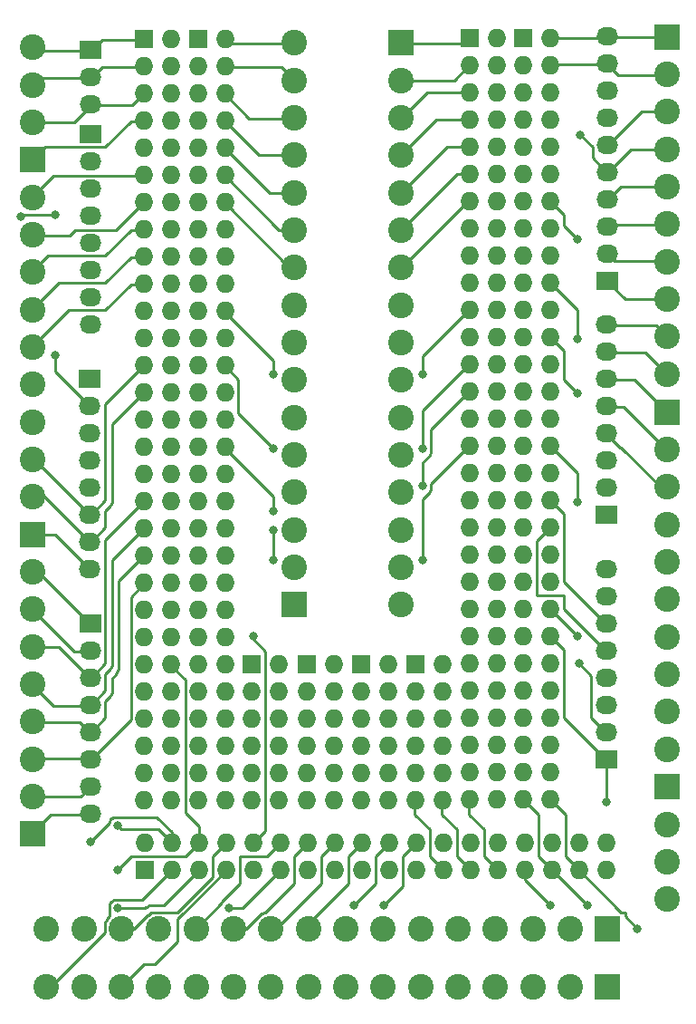
<source format=gbl>
G04 #@! TF.FileFunction,Copper,L2,Bot,Signal*
%FSLAX46Y46*%
G04 Gerber Fmt 4.6, Leading zero omitted, Abs format (unit mm)*
G04 Created by KiCad (PCBNEW 201609150817+7155~55~ubuntu16.04.1-) date Thu Sep 29 09:43:48 2016*
%MOMM*%
%LPD*%
G01*
G04 APERTURE LIST*
%ADD10C,0.100000*%
%ADD11C,2.400000*%
%ADD12R,2.400000X2.400000*%
%ADD13R,2.032000X1.727200*%
%ADD14O,2.032000X1.727200*%
%ADD15O,1.727200X1.727200*%
%ADD16R,1.727200X1.727200*%
%ADD17C,0.800000*%
%ADD18C,0.250000*%
G04 APERTURE END LIST*
D10*
D11*
X92416400Y-66500400D03*
X92416400Y-63000400D03*
X92416400Y-70000400D03*
X92416400Y-73500400D03*
X92416400Y-77000400D03*
X92416400Y-80500400D03*
D12*
X92416400Y-59500400D03*
D11*
X92416400Y-84000400D03*
X92416400Y-87500400D03*
X92416400Y-91000400D03*
X92416400Y-94500400D03*
X92416400Y-98000400D03*
X92416400Y-101500400D03*
X92416400Y-105000400D03*
X92416400Y-108500400D03*
X92416400Y-112000400D03*
X82488000Y-59500400D03*
X82488000Y-63000400D03*
X82488000Y-66500400D03*
X82488000Y-70000400D03*
X82488000Y-73500400D03*
X82488000Y-77000400D03*
X82488000Y-80500400D03*
X82488000Y-84000400D03*
X82488000Y-87500400D03*
D12*
X82488000Y-112000400D03*
D11*
X82488000Y-91000400D03*
X82488000Y-94500400D03*
X82488000Y-98000400D03*
X82488000Y-101500400D03*
X82488000Y-108500400D03*
X82488000Y-105000400D03*
D13*
X63449200Y-60147200D03*
D14*
X63449200Y-62687200D03*
X63449200Y-65227200D03*
D11*
X57951600Y-59926400D03*
X57951600Y-63426400D03*
D12*
X57951600Y-70426400D03*
D11*
X57951600Y-66926400D03*
D13*
X63398400Y-68021200D03*
D14*
X63398400Y-70561200D03*
X63398400Y-73101200D03*
X63398400Y-75641200D03*
X63398400Y-78181200D03*
X63398400Y-80721200D03*
X63398400Y-83261200D03*
X63398400Y-85801200D03*
X63347600Y-108661200D03*
X63347600Y-106121200D03*
X63347600Y-103581200D03*
X63347600Y-101041200D03*
X63347600Y-98501200D03*
X63347600Y-95961200D03*
X63347600Y-93421200D03*
D13*
X63347600Y-90881200D03*
D14*
X111658400Y-108661200D03*
X111658400Y-111201200D03*
X111658400Y-113741200D03*
X111658400Y-116281200D03*
X111658400Y-118821200D03*
X111658400Y-121361200D03*
X111658400Y-123901200D03*
D13*
X111658400Y-126441200D03*
X111658400Y-103581200D03*
D14*
X111658400Y-101041200D03*
X111658400Y-98501200D03*
X111658400Y-95961200D03*
X111658400Y-93421200D03*
X111658400Y-90881200D03*
X111658400Y-88341200D03*
X111658400Y-85801200D03*
D15*
X81026000Y-130251200D03*
X78486000Y-130251200D03*
X81026000Y-127711200D03*
X78486000Y-127711200D03*
X81026000Y-125171200D03*
X78486000Y-125171200D03*
X81026000Y-122631200D03*
X78486000Y-122631200D03*
X81026000Y-120091200D03*
X78486000Y-120091200D03*
X81026000Y-117551200D03*
D16*
X78486000Y-117551200D03*
X83667600Y-117551200D03*
D15*
X86207600Y-117551200D03*
X83667600Y-120091200D03*
X86207600Y-120091200D03*
X83667600Y-122631200D03*
X86207600Y-122631200D03*
X83667600Y-125171200D03*
X86207600Y-125171200D03*
X83667600Y-127711200D03*
X86207600Y-127711200D03*
X83667600Y-130251200D03*
X86207600Y-130251200D03*
X91287600Y-130251200D03*
X88747600Y-130251200D03*
X91287600Y-127711200D03*
X88747600Y-127711200D03*
X91287600Y-125171200D03*
X88747600Y-125171200D03*
X91287600Y-122631200D03*
X88747600Y-122631200D03*
X91287600Y-120091200D03*
X88747600Y-120091200D03*
X91287600Y-117551200D03*
D16*
X88747600Y-117551200D03*
X93776800Y-117551200D03*
D15*
X96316800Y-117551200D03*
X93776800Y-120091200D03*
X96316800Y-120091200D03*
X93776800Y-122631200D03*
X96316800Y-122631200D03*
X93776800Y-125171200D03*
X96316800Y-125171200D03*
X93776800Y-127711200D03*
X96316800Y-127711200D03*
X93776800Y-130251200D03*
X96316800Y-130251200D03*
D16*
X68478400Y-136804400D03*
D15*
X68478400Y-134264400D03*
X71018400Y-136804400D03*
X71018400Y-134264400D03*
X73558400Y-136804400D03*
X73558400Y-134264400D03*
X76098400Y-136804400D03*
X76098400Y-134264400D03*
X78638400Y-136804400D03*
X78638400Y-134264400D03*
X81178400Y-136804400D03*
X81178400Y-134264400D03*
X83718400Y-136804400D03*
X83718400Y-134264400D03*
X86258400Y-136804400D03*
X86258400Y-134264400D03*
X88798400Y-136804400D03*
X88798400Y-134264400D03*
X91338400Y-136804400D03*
X91338400Y-134264400D03*
X93878400Y-136804400D03*
X93878400Y-134264400D03*
X96418400Y-136804400D03*
X96418400Y-134264400D03*
X98958400Y-136804400D03*
X98958400Y-134264400D03*
X101498400Y-136804400D03*
X101498400Y-134264400D03*
X104038400Y-136804400D03*
X104038400Y-134264400D03*
X106578400Y-136804400D03*
X106578400Y-134264400D03*
X109118400Y-136804400D03*
X109118400Y-134264400D03*
X111658400Y-136804400D03*
X111658400Y-134264400D03*
X75996800Y-130251200D03*
X73456800Y-130251200D03*
X75996800Y-127711200D03*
X73456800Y-127711200D03*
X75996800Y-125171200D03*
X73456800Y-125171200D03*
X75996800Y-122631200D03*
X73456800Y-122631200D03*
X75996800Y-120091200D03*
X73456800Y-120091200D03*
X75996800Y-117551200D03*
X73456800Y-117551200D03*
X75996800Y-115011200D03*
X73456800Y-115011200D03*
X75996800Y-112471200D03*
X73456800Y-112471200D03*
X75996800Y-109931200D03*
X73456800Y-109931200D03*
X75996800Y-107391200D03*
X73456800Y-107391200D03*
X75996800Y-104851200D03*
X73456800Y-104851200D03*
X75996800Y-102311200D03*
X73456800Y-102311200D03*
X75996800Y-99771200D03*
X73456800Y-99771200D03*
X75996800Y-97231200D03*
X73456800Y-97231200D03*
X75996800Y-94691200D03*
X73456800Y-94691200D03*
X75996800Y-92151200D03*
X73456800Y-92151200D03*
X75996800Y-89611200D03*
X73456800Y-89611200D03*
X75996800Y-87071200D03*
X73456800Y-87071200D03*
X75996800Y-84531200D03*
X73456800Y-84531200D03*
X75996800Y-81991200D03*
X73456800Y-81991200D03*
X75996800Y-79451200D03*
X73456800Y-79451200D03*
X75996800Y-76911200D03*
X73456800Y-76911200D03*
X75996800Y-74371200D03*
X73456800Y-74371200D03*
X75996800Y-71831200D03*
X73456800Y-71831200D03*
X75996800Y-69291200D03*
X73456800Y-69291200D03*
X75996800Y-66751200D03*
X73456800Y-66751200D03*
X75996800Y-64211200D03*
X73456800Y-64211200D03*
X75996800Y-61671200D03*
X73456800Y-61671200D03*
X75996800Y-59131200D03*
D16*
X73456800Y-59131200D03*
X103886000Y-59080400D03*
D15*
X106426000Y-59080400D03*
X103886000Y-61620400D03*
X106426000Y-61620400D03*
X103886000Y-64160400D03*
X106426000Y-64160400D03*
X103886000Y-66700400D03*
X106426000Y-66700400D03*
X103886000Y-69240400D03*
X106426000Y-69240400D03*
X103886000Y-71780400D03*
X106426000Y-71780400D03*
X103886000Y-74320400D03*
X106426000Y-74320400D03*
X103886000Y-76860400D03*
X106426000Y-76860400D03*
X103886000Y-79400400D03*
X106426000Y-79400400D03*
X103886000Y-81940400D03*
X106426000Y-81940400D03*
X103886000Y-84480400D03*
X106426000Y-84480400D03*
X103886000Y-87020400D03*
X106426000Y-87020400D03*
X103886000Y-89560400D03*
X106426000Y-89560400D03*
X103886000Y-92100400D03*
X106426000Y-92100400D03*
X103886000Y-94640400D03*
X106426000Y-94640400D03*
X103886000Y-97180400D03*
X106426000Y-97180400D03*
X103886000Y-99720400D03*
X106426000Y-99720400D03*
X103886000Y-102260400D03*
X106426000Y-102260400D03*
X103886000Y-104800400D03*
X106426000Y-104800400D03*
X103886000Y-107340400D03*
X106426000Y-107340400D03*
X103886000Y-109880400D03*
X106426000Y-109880400D03*
X103886000Y-112420400D03*
X106426000Y-112420400D03*
X103886000Y-114960400D03*
X106426000Y-114960400D03*
X103886000Y-117500400D03*
X106426000Y-117500400D03*
X103886000Y-120040400D03*
X106426000Y-120040400D03*
X103886000Y-122580400D03*
X106426000Y-122580400D03*
X103886000Y-125120400D03*
X106426000Y-125120400D03*
X103886000Y-127660400D03*
X106426000Y-127660400D03*
X103886000Y-130200400D03*
X106426000Y-130200400D03*
X101396800Y-130200400D03*
X98856800Y-130200400D03*
X101396800Y-127660400D03*
X98856800Y-127660400D03*
X101396800Y-125120400D03*
X98856800Y-125120400D03*
X101396800Y-122580400D03*
X98856800Y-122580400D03*
X101396800Y-120040400D03*
X98856800Y-120040400D03*
X101396800Y-117500400D03*
X98856800Y-117500400D03*
X101396800Y-114960400D03*
X98856800Y-114960400D03*
X101396800Y-112420400D03*
X98856800Y-112420400D03*
X101396800Y-109880400D03*
X98856800Y-109880400D03*
X101396800Y-107340400D03*
X98856800Y-107340400D03*
X101396800Y-104800400D03*
X98856800Y-104800400D03*
X101396800Y-102260400D03*
X98856800Y-102260400D03*
X101396800Y-99720400D03*
X98856800Y-99720400D03*
X101396800Y-97180400D03*
X98856800Y-97180400D03*
X101396800Y-94640400D03*
X98856800Y-94640400D03*
X101396800Y-92100400D03*
X98856800Y-92100400D03*
X101396800Y-89560400D03*
X98856800Y-89560400D03*
X101396800Y-87020400D03*
X98856800Y-87020400D03*
X101396800Y-84480400D03*
X98856800Y-84480400D03*
X101396800Y-81940400D03*
X98856800Y-81940400D03*
X101396800Y-79400400D03*
X98856800Y-79400400D03*
X101396800Y-76860400D03*
X98856800Y-76860400D03*
X101396800Y-74320400D03*
X98856800Y-74320400D03*
X101396800Y-71780400D03*
X98856800Y-71780400D03*
X101396800Y-69240400D03*
X98856800Y-69240400D03*
X101396800Y-66700400D03*
X98856800Y-66700400D03*
X101396800Y-64160400D03*
X98856800Y-64160400D03*
X101396800Y-61620400D03*
X98856800Y-61620400D03*
X101396800Y-59080400D03*
D16*
X98856800Y-59080400D03*
X68376800Y-59131200D03*
D15*
X70916800Y-59131200D03*
X68376800Y-61671200D03*
X70916800Y-61671200D03*
X68376800Y-64211200D03*
X70916800Y-64211200D03*
X68376800Y-66751200D03*
X70916800Y-66751200D03*
X68376800Y-69291200D03*
X70916800Y-69291200D03*
X68376800Y-71831200D03*
X70916800Y-71831200D03*
X68376800Y-74371200D03*
X70916800Y-74371200D03*
X68376800Y-76911200D03*
X70916800Y-76911200D03*
X68376800Y-79451200D03*
X70916800Y-79451200D03*
X68376800Y-81991200D03*
X70916800Y-81991200D03*
X68376800Y-84531200D03*
X70916800Y-84531200D03*
X68376800Y-87071200D03*
X70916800Y-87071200D03*
X68376800Y-89611200D03*
X70916800Y-89611200D03*
X68376800Y-92151200D03*
X70916800Y-92151200D03*
X68376800Y-94691200D03*
X70916800Y-94691200D03*
X68376800Y-97231200D03*
X70916800Y-97231200D03*
X68376800Y-99771200D03*
X70916800Y-99771200D03*
X68376800Y-102311200D03*
X70916800Y-102311200D03*
X68376800Y-104851200D03*
X70916800Y-104851200D03*
X68376800Y-107391200D03*
X70916800Y-107391200D03*
X68376800Y-109931200D03*
X70916800Y-109931200D03*
X68376800Y-112471200D03*
X70916800Y-112471200D03*
X68376800Y-115011200D03*
X70916800Y-115011200D03*
X68376800Y-117551200D03*
X70916800Y-117551200D03*
X68376800Y-120091200D03*
X70916800Y-120091200D03*
X68376800Y-122631200D03*
X70916800Y-122631200D03*
X68376800Y-125171200D03*
X70916800Y-125171200D03*
X68376800Y-127711200D03*
X70916800Y-127711200D03*
X68376800Y-130251200D03*
X70916800Y-130251200D03*
D11*
X117308400Y-65926000D03*
X117308400Y-62426000D03*
X117308400Y-69426000D03*
X117308400Y-72926000D03*
X117308400Y-76426000D03*
X117308400Y-79926000D03*
D12*
X117308400Y-58926000D03*
D11*
X117308400Y-83426000D03*
X117308400Y-86926000D03*
X117308400Y-90426000D03*
X117308400Y-125478000D03*
X117308400Y-121978000D03*
X117308400Y-118478000D03*
D12*
X117308400Y-93978000D03*
D11*
X117308400Y-114978000D03*
X117308400Y-111478000D03*
X117308400Y-107978000D03*
X117308400Y-104478000D03*
X117308400Y-97478000D03*
X117308400Y-100978000D03*
X57951600Y-98412000D03*
X57951600Y-101912000D03*
X57951600Y-94912000D03*
X57951600Y-91412000D03*
X57951600Y-87912000D03*
X57951600Y-84412000D03*
D12*
X57951600Y-105412000D03*
D11*
X57951600Y-80912000D03*
X57951600Y-77412000D03*
X57951600Y-73912000D03*
X59297200Y-142251200D03*
X62797200Y-142251200D03*
X66297200Y-142251200D03*
X69797200Y-142251200D03*
X73297200Y-142251200D03*
X76797200Y-142251200D03*
X80297200Y-142251200D03*
X83797200Y-142251200D03*
X87297200Y-142251200D03*
D12*
X111797200Y-142251200D03*
D11*
X90797200Y-142251200D03*
X94297200Y-142251200D03*
X97797200Y-142251200D03*
X101297200Y-142251200D03*
X108297200Y-142251200D03*
X104797200Y-142251200D03*
X104797200Y-147686800D03*
X108297200Y-147686800D03*
X101297200Y-147686800D03*
X97797200Y-147686800D03*
X94297200Y-147686800D03*
X90797200Y-147686800D03*
D12*
X111797200Y-147686800D03*
D11*
X87297200Y-147686800D03*
X83797200Y-147686800D03*
X80297200Y-147686800D03*
X76797200Y-147686800D03*
X73297200Y-147686800D03*
X69797200Y-147686800D03*
X66297200Y-147686800D03*
X62797200Y-147686800D03*
X59297200Y-147686800D03*
X117308400Y-132514400D03*
D12*
X117308400Y-129014400D03*
D11*
X117308400Y-136014400D03*
X117308400Y-139514400D03*
X57951600Y-126408000D03*
X57951600Y-129908000D03*
X57951600Y-122908000D03*
X57951600Y-119408000D03*
X57951600Y-115908000D03*
X57951600Y-112408000D03*
D12*
X57951600Y-133408000D03*
D11*
X57951600Y-108908000D03*
D14*
X111760000Y-58877200D03*
X111760000Y-61417200D03*
X111760000Y-63957200D03*
X111760000Y-66497200D03*
X111760000Y-69037200D03*
X111760000Y-71577200D03*
X111760000Y-74117200D03*
X111760000Y-76657200D03*
X111760000Y-79197200D03*
D13*
X111760000Y-81737200D03*
D14*
X63398400Y-131521200D03*
X63398400Y-128981200D03*
X63398400Y-126441200D03*
X63398400Y-123901200D03*
X63398400Y-121361200D03*
X63398400Y-118821200D03*
X63398400Y-116281200D03*
D13*
X63398400Y-113741200D03*
D17*
X109093000Y-117475000D03*
X108966000Y-114935000D03*
X111633000Y-130429000D03*
X106426000Y-140081000D03*
X109855000Y-140081000D03*
X114554000Y-142240000D03*
X76327000Y-140335000D03*
X65913000Y-140335000D03*
X63373000Y-134112000D03*
X65913000Y-132588000D03*
X65913000Y-136779000D03*
X78613000Y-114935000D03*
X88011000Y-140081000D03*
X90805000Y-140081000D03*
X94488000Y-100838000D03*
X94488000Y-97409000D03*
X94488000Y-90424000D03*
X56896000Y-75692000D03*
X60071000Y-75565000D03*
X60071000Y-88646000D03*
X108966000Y-87122000D03*
X108966000Y-102362000D03*
X108966000Y-92202000D03*
X109220000Y-68072000D03*
X108966000Y-77851000D03*
X80518000Y-107823000D03*
X80518000Y-105029000D03*
X80518000Y-103251000D03*
X80518000Y-97409000D03*
X80518000Y-90424000D03*
X94488000Y-107823000D03*
D18*
X111760000Y-69037200D02*
X111760000Y-69088000D01*
X111760000Y-69088000D02*
X114935000Y-65913000D01*
X114935000Y-65913000D02*
X117348000Y-65913000D01*
X117348000Y-65913000D02*
X117308400Y-65926000D01*
X68376800Y-109931200D02*
X68326000Y-109982000D01*
X68326000Y-109982000D02*
X68326000Y-110109000D01*
X68326000Y-110109000D02*
X67183000Y-111252000D01*
X67183000Y-111252000D02*
X67183000Y-122682000D01*
X67183000Y-122682000D02*
X63373000Y-126492000D01*
X63373000Y-126492000D02*
X63398400Y-126441200D01*
X63398400Y-126441200D02*
X63373000Y-126492000D01*
X63373000Y-126492000D02*
X63246000Y-126365000D01*
X63246000Y-126365000D02*
X57912000Y-126365000D01*
X57912000Y-126365000D02*
X57951600Y-126408000D01*
X63398400Y-128981200D02*
X63373000Y-129032000D01*
X63373000Y-129032000D02*
X62484000Y-129921000D01*
X62484000Y-129921000D02*
X57912000Y-129921000D01*
X57912000Y-129921000D02*
X57951600Y-129908000D01*
X63398400Y-123901200D02*
X63373000Y-123952000D01*
X63373000Y-123952000D02*
X64770000Y-122555000D01*
X64770000Y-122555000D02*
X64770000Y-121031000D01*
X64770000Y-121031000D02*
X65278000Y-120523000D01*
X65278000Y-120523000D02*
X65278000Y-120396000D01*
X65278000Y-120396000D02*
X65405000Y-120269000D01*
X65405000Y-120269000D02*
X65405000Y-118872000D01*
X65405000Y-118872000D02*
X65786000Y-118491000D01*
X65786000Y-118491000D02*
X65786000Y-118364000D01*
X65786000Y-118364000D02*
X65913000Y-118237000D01*
X65913000Y-118237000D02*
X65913000Y-118110000D01*
X65913000Y-118110000D02*
X66040000Y-117983000D01*
X66040000Y-117983000D02*
X66040000Y-109728000D01*
X66040000Y-109728000D02*
X68376800Y-107391200D01*
X63398400Y-123901200D02*
X63373000Y-123952000D01*
X63373000Y-123952000D02*
X62357000Y-122936000D01*
X62357000Y-122936000D02*
X57912000Y-122936000D01*
X57912000Y-122936000D02*
X57951600Y-122908000D01*
X63398400Y-121361200D02*
X63373000Y-121412000D01*
X63373000Y-121412000D02*
X64770000Y-120015000D01*
X64770000Y-120015000D02*
X64770000Y-118491000D01*
X64770000Y-118491000D02*
X65278000Y-117983000D01*
X65278000Y-117983000D02*
X65278000Y-117856000D01*
X65278000Y-117856000D02*
X65405000Y-117729000D01*
X65405000Y-117729000D02*
X65405000Y-107823000D01*
X65405000Y-107823000D02*
X68376800Y-104851200D01*
X57951600Y-119408000D02*
X57912000Y-119380000D01*
X57912000Y-119380000D02*
X59944000Y-121412000D01*
X59944000Y-121412000D02*
X63373000Y-121412000D01*
X63373000Y-121412000D02*
X63398400Y-121361200D01*
X63398400Y-118821200D02*
X63373000Y-118872000D01*
X63373000Y-118872000D02*
X64770000Y-117475000D01*
X64770000Y-117475000D02*
X64770000Y-105918000D01*
X64770000Y-105918000D02*
X68376800Y-102311200D01*
X63398400Y-118821200D02*
X63373000Y-118872000D01*
X63373000Y-118872000D02*
X60452000Y-115951000D01*
X60452000Y-115951000D02*
X57912000Y-115951000D01*
X57912000Y-115951000D02*
X57951600Y-115908000D01*
X57951600Y-112408000D02*
X57912000Y-112395000D01*
X57912000Y-112395000D02*
X61849000Y-116332000D01*
X61849000Y-116332000D02*
X63373000Y-116332000D01*
X63373000Y-116332000D02*
X63398400Y-116281200D01*
X57951600Y-133408000D02*
X57912000Y-133350000D01*
X57912000Y-133350000D02*
X59690000Y-131572000D01*
X59690000Y-131572000D02*
X63373000Y-131572000D01*
X63373000Y-131572000D02*
X63398400Y-131521200D01*
X63398400Y-113741200D02*
X63373000Y-113792000D01*
X63373000Y-113792000D02*
X58547000Y-108966000D01*
X58547000Y-108966000D02*
X57912000Y-108966000D01*
X57912000Y-108966000D02*
X57951600Y-108908000D01*
X111658400Y-123901200D02*
X111633000Y-123952000D01*
X111633000Y-123952000D02*
X110236000Y-122555000D01*
X110236000Y-122555000D02*
X110236000Y-118618000D01*
X110236000Y-118618000D02*
X109093000Y-117475000D01*
X108966000Y-114935000D02*
X106426000Y-112395000D01*
X106426000Y-112395000D02*
X106426000Y-112420400D01*
X111658400Y-126441200D02*
X111633000Y-126492000D01*
X111633000Y-126492000D02*
X111633000Y-130429000D01*
X106426000Y-114960400D02*
X106426000Y-114935000D01*
X106426000Y-114935000D02*
X107696000Y-116205000D01*
X107696000Y-116205000D02*
X107696000Y-122555000D01*
X107696000Y-122555000D02*
X111633000Y-126492000D01*
X111633000Y-126492000D02*
X111658400Y-126441200D01*
X104038400Y-136804400D02*
X104013000Y-136779000D01*
X104013000Y-136779000D02*
X104013000Y-137668000D01*
X104013000Y-137668000D02*
X106426000Y-140081000D01*
X109855000Y-140081000D02*
X106578400Y-136804400D01*
X106578400Y-136804400D02*
X105283000Y-135509000D01*
X105283000Y-135509000D02*
X105283000Y-131572000D01*
X105283000Y-131572000D02*
X103886000Y-130175000D01*
X103886000Y-130175000D02*
X103886000Y-130200400D01*
X98856800Y-130200400D02*
X98806000Y-130175000D01*
X98806000Y-130175000D02*
X98806000Y-131572000D01*
X98806000Y-131572000D02*
X100203000Y-132969000D01*
X100203000Y-132969000D02*
X100203000Y-135509000D01*
X100203000Y-135509000D02*
X101498400Y-136804400D01*
X96316800Y-130251200D02*
X96266000Y-130302000D01*
X96266000Y-130302000D02*
X96266000Y-131572000D01*
X96266000Y-131572000D02*
X97663000Y-132969000D01*
X97663000Y-132969000D02*
X97663000Y-135509000D01*
X97663000Y-135509000D02*
X98958400Y-136804400D01*
X93776800Y-130251200D02*
X93726000Y-130302000D01*
X93726000Y-130302000D02*
X93726000Y-131572000D01*
X93726000Y-131572000D02*
X95123000Y-132969000D01*
X95123000Y-132969000D02*
X95123000Y-135509000D01*
X95123000Y-135509000D02*
X96418400Y-136804400D01*
X109118400Y-136804400D02*
X113030000Y-140716000D01*
X113030000Y-140716000D02*
X113411000Y-140716000D01*
X113411000Y-140716000D02*
X113411000Y-141097000D01*
X113411000Y-141097000D02*
X114554000Y-142240000D01*
X109118400Y-136804400D02*
X107823000Y-135509000D01*
X107823000Y-135509000D02*
X107823000Y-131572000D01*
X107823000Y-131572000D02*
X106426000Y-130175000D01*
X106426000Y-130175000D02*
X106426000Y-130200400D01*
X81178400Y-136804400D02*
X81026000Y-136906000D01*
X81026000Y-136906000D02*
X77597000Y-140335000D01*
X77597000Y-140335000D02*
X76327000Y-140335000D01*
X76098400Y-136804400D02*
X76098400Y-136855200D01*
X76098400Y-136855200D02*
X71577200Y-141376400D01*
X68391200Y-145592800D02*
X66297200Y-147686800D01*
X69443600Y-145592800D02*
X68391200Y-145592800D01*
X71577200Y-143459200D02*
X69443600Y-145592800D01*
X71577200Y-141376400D02*
X71577200Y-143459200D01*
X73558400Y-136804400D02*
X73406000Y-136906000D01*
X73406000Y-136906000D02*
X70231000Y-140081000D01*
X70231000Y-140081000D02*
X68834000Y-140081000D01*
X68834000Y-140081000D02*
X68707000Y-140208000D01*
X68707000Y-140208000D02*
X68580000Y-140208000D01*
X68580000Y-140208000D02*
X68453000Y-140335000D01*
X68453000Y-140335000D02*
X65913000Y-140335000D01*
X71018400Y-136804400D02*
X70866000Y-136906000D01*
X70866000Y-136906000D02*
X68199000Y-139573000D01*
X68199000Y-139573000D02*
X65532000Y-139573000D01*
X65532000Y-139573000D02*
X65405000Y-139700000D01*
X65405000Y-139700000D02*
X65278000Y-139700000D01*
X65278000Y-139700000D02*
X65278000Y-139827000D01*
X65278000Y-139827000D02*
X65151000Y-139954000D01*
X65151000Y-139954000D02*
X65151000Y-141097000D01*
X65151000Y-141097000D02*
X64897000Y-141351000D01*
X64897000Y-141351000D02*
X64897000Y-141478000D01*
X64897000Y-141478000D02*
X64770000Y-141605000D01*
X64770000Y-141605000D02*
X64770000Y-142621000D01*
X64770000Y-142621000D02*
X59690000Y-147701000D01*
X59690000Y-147701000D02*
X59309000Y-147701000D01*
X59309000Y-147701000D02*
X59297200Y-147686800D01*
X71018400Y-134264400D02*
X70993000Y-134239000D01*
X70993000Y-134239000D02*
X70993000Y-133223000D01*
X70993000Y-133223000D02*
X69596000Y-131826000D01*
X69596000Y-131826000D02*
X65532000Y-131826000D01*
X65532000Y-131826000D02*
X65405000Y-131953000D01*
X65405000Y-131953000D02*
X65278000Y-131953000D01*
X65278000Y-131953000D02*
X65278000Y-132080000D01*
X65278000Y-132080000D02*
X65151000Y-132207000D01*
X65151000Y-132207000D02*
X65151000Y-132334000D01*
X65151000Y-132334000D02*
X63373000Y-134112000D01*
X65913000Y-132588000D02*
X66294000Y-132969000D01*
X66294000Y-132969000D02*
X69723000Y-132969000D01*
X69723000Y-132969000D02*
X71018400Y-134264400D01*
X73558400Y-134264400D02*
X73406000Y-134366000D01*
X73406000Y-134366000D02*
X72263000Y-135509000D01*
X72263000Y-135509000D02*
X67183000Y-135509000D01*
X67183000Y-135509000D02*
X65913000Y-136779000D01*
X73558400Y-134264400D02*
X73533000Y-134239000D01*
X73533000Y-134239000D02*
X73533000Y-132715000D01*
X73533000Y-132715000D02*
X72263000Y-131445000D01*
X72263000Y-131445000D02*
X72263000Y-118999000D01*
X72263000Y-118999000D02*
X70866000Y-117602000D01*
X70866000Y-117602000D02*
X70916800Y-117551200D01*
X76098400Y-134264400D02*
X75946000Y-134366000D01*
X75946000Y-134366000D02*
X74803000Y-135509000D01*
X74803000Y-135509000D02*
X74803000Y-137439400D01*
X74803000Y-137439400D02*
X71526400Y-140716000D01*
X71526400Y-140716000D02*
X69088000Y-140716000D01*
X69088000Y-140716000D02*
X68834000Y-140970000D01*
X68834000Y-140970000D02*
X68707000Y-140970000D01*
X68707000Y-140970000D02*
X67437000Y-142240000D01*
X67437000Y-142240000D02*
X66294000Y-142240000D01*
X66294000Y-142240000D02*
X66297200Y-142251200D01*
X78613000Y-114935000D02*
X78613000Y-115189000D01*
X78613000Y-115189000D02*
X79756000Y-116332000D01*
X79756000Y-116332000D02*
X79756000Y-133096000D01*
X79756000Y-133096000D02*
X78613000Y-134239000D01*
X78613000Y-134239000D02*
X78638400Y-134264400D01*
X81178400Y-134264400D02*
X81026000Y-134366000D01*
X81026000Y-134366000D02*
X79883000Y-135509000D01*
X79883000Y-135509000D02*
X77343000Y-135509000D01*
X77343000Y-135509000D02*
X77343000Y-138049000D01*
X77343000Y-138049000D02*
X75692000Y-139700000D01*
X75692000Y-139700000D02*
X75692000Y-139827000D01*
X75692000Y-139827000D02*
X73279000Y-142240000D01*
X73279000Y-142240000D02*
X73297200Y-142251200D01*
X83718400Y-134264400D02*
X83566000Y-134366000D01*
X83566000Y-134366000D02*
X82423000Y-135509000D01*
X82423000Y-135509000D02*
X82423000Y-138049000D01*
X82423000Y-138049000D02*
X79756000Y-140716000D01*
X79756000Y-140716000D02*
X79629000Y-140716000D01*
X79629000Y-140716000D02*
X79502000Y-140843000D01*
X79502000Y-140843000D02*
X79375000Y-140843000D01*
X79375000Y-140843000D02*
X77978000Y-142240000D01*
X77978000Y-142240000D02*
X76835000Y-142240000D01*
X76835000Y-142240000D02*
X76797200Y-142251200D01*
X86258400Y-134264400D02*
X86106000Y-134366000D01*
X86106000Y-134366000D02*
X84963000Y-135509000D01*
X84963000Y-135509000D02*
X84963000Y-138049000D01*
X84963000Y-138049000D02*
X80772000Y-142240000D01*
X80772000Y-142240000D02*
X80264000Y-142240000D01*
X80264000Y-142240000D02*
X80297200Y-142251200D01*
X83797200Y-142251200D02*
X83820000Y-142240000D01*
X83820000Y-142240000D02*
X83820000Y-141732000D01*
X83820000Y-141732000D02*
X87503000Y-138049000D01*
X87503000Y-138049000D02*
X87503000Y-135509000D01*
X87503000Y-135509000D02*
X88773000Y-134239000D01*
X88773000Y-134239000D02*
X88798400Y-134264400D01*
X91338400Y-134264400D02*
X91186000Y-134366000D01*
X91186000Y-134366000D02*
X90043000Y-135509000D01*
X90043000Y-135509000D02*
X90043000Y-138049000D01*
X90043000Y-138049000D02*
X88011000Y-140081000D01*
X93878400Y-134264400D02*
X93726000Y-134366000D01*
X93726000Y-134366000D02*
X92583000Y-135509000D01*
X92583000Y-135509000D02*
X92583000Y-138303000D01*
X92583000Y-138303000D02*
X90805000Y-140081000D01*
X94488000Y-100838000D02*
X94488000Y-98679000D01*
X94488000Y-98679000D02*
X95123000Y-98044000D01*
X95123000Y-98044000D02*
X95123000Y-97917000D01*
X95123000Y-97917000D02*
X95250000Y-97790000D01*
X95250000Y-97790000D02*
X95250000Y-95631000D01*
X95250000Y-95631000D02*
X98806000Y-92075000D01*
X98806000Y-92075000D02*
X98856800Y-92100400D01*
X94488000Y-97409000D02*
X94488000Y-93853000D01*
X94488000Y-93853000D02*
X98806000Y-89535000D01*
X98806000Y-89535000D02*
X98856800Y-89560400D01*
X94488000Y-90424000D02*
X94488000Y-88773000D01*
X94488000Y-88773000D02*
X98806000Y-84455000D01*
X98806000Y-84455000D02*
X98856800Y-84480400D01*
X98856800Y-59080400D02*
X98806000Y-59055000D01*
X98806000Y-59055000D02*
X98298000Y-59563000D01*
X98298000Y-59563000D02*
X92456000Y-59563000D01*
X92456000Y-59563000D02*
X92416400Y-59500400D01*
X92416400Y-80500400D02*
X92456000Y-80518000D01*
X92456000Y-80518000D02*
X98679000Y-74295000D01*
X98679000Y-74295000D02*
X98806000Y-74295000D01*
X98806000Y-74295000D02*
X98856800Y-74320400D01*
X92416400Y-77000400D02*
X92456000Y-76962000D01*
X92456000Y-76962000D02*
X97663000Y-71755000D01*
X97663000Y-71755000D02*
X98806000Y-71755000D01*
X98806000Y-71755000D02*
X98856800Y-71780400D01*
X92416400Y-73500400D02*
X92456000Y-73533000D01*
X92456000Y-73533000D02*
X96774000Y-69215000D01*
X96774000Y-69215000D02*
X98806000Y-69215000D01*
X98806000Y-69215000D02*
X98856800Y-69240400D01*
X92416400Y-70000400D02*
X92456000Y-69977000D01*
X92456000Y-69977000D02*
X95758000Y-66675000D01*
X95758000Y-66675000D02*
X98806000Y-66675000D01*
X98806000Y-66675000D02*
X98856800Y-66700400D01*
X98856800Y-61620400D02*
X98806000Y-61595000D01*
X98806000Y-61595000D02*
X97409000Y-62992000D01*
X97409000Y-62992000D02*
X92456000Y-62992000D01*
X92456000Y-62992000D02*
X92416400Y-63000400D01*
X92416400Y-66500400D02*
X92456000Y-66548000D01*
X92456000Y-66548000D02*
X94869000Y-64135000D01*
X94869000Y-64135000D02*
X98806000Y-64135000D01*
X98806000Y-64135000D02*
X98856800Y-64160400D01*
X63347600Y-103581200D02*
X63373000Y-103632000D01*
X63373000Y-103632000D02*
X64770000Y-102235000D01*
X64770000Y-102235000D02*
X64770000Y-93218000D01*
X64770000Y-93218000D02*
X68376800Y-89611200D01*
X63347600Y-103581200D02*
X63373000Y-103632000D01*
X63373000Y-103632000D02*
X58166000Y-98425000D01*
X58166000Y-98425000D02*
X57912000Y-98425000D01*
X57912000Y-98425000D02*
X57951600Y-98412000D01*
X63347600Y-106121200D02*
X63373000Y-106172000D01*
X63373000Y-106172000D02*
X64770000Y-104775000D01*
X64770000Y-104775000D02*
X64770000Y-103251000D01*
X64770000Y-103251000D02*
X65278000Y-102743000D01*
X65278000Y-102743000D02*
X65278000Y-102616000D01*
X65278000Y-102616000D02*
X65405000Y-102489000D01*
X65405000Y-102489000D02*
X65405000Y-95123000D01*
X65405000Y-95123000D02*
X68376800Y-92151200D01*
X63347600Y-106121200D02*
X63373000Y-106172000D01*
X63373000Y-106172000D02*
X59055000Y-101854000D01*
X59055000Y-101854000D02*
X57912000Y-101854000D01*
X57912000Y-101854000D02*
X57951600Y-101912000D01*
X56896000Y-75692000D02*
X57023000Y-75565000D01*
X57023000Y-75565000D02*
X60071000Y-75565000D01*
X57951600Y-87912000D02*
X57912000Y-87884000D01*
X57912000Y-87884000D02*
X61341000Y-84455000D01*
X61341000Y-84455000D02*
X64770000Y-84455000D01*
X64770000Y-84455000D02*
X67183000Y-82042000D01*
X67183000Y-82042000D02*
X68326000Y-82042000D01*
X68326000Y-82042000D02*
X68376800Y-81991200D01*
X60071000Y-88646000D02*
X60071000Y-90170000D01*
X60071000Y-90170000D02*
X63373000Y-93472000D01*
X63373000Y-93472000D02*
X63347600Y-93421200D01*
X57951600Y-84412000D02*
X57912000Y-84455000D01*
X57912000Y-84455000D02*
X60452000Y-81915000D01*
X60452000Y-81915000D02*
X64770000Y-81915000D01*
X64770000Y-81915000D02*
X67183000Y-79502000D01*
X67183000Y-79502000D02*
X68326000Y-79502000D01*
X68326000Y-79502000D02*
X68376800Y-79451200D01*
X63347600Y-108661200D02*
X63373000Y-108712000D01*
X63373000Y-108712000D02*
X60071000Y-105410000D01*
X60071000Y-105410000D02*
X57912000Y-105410000D01*
X57912000Y-105410000D02*
X57951600Y-105412000D01*
X57951600Y-80912000D02*
X57912000Y-80899000D01*
X57912000Y-80899000D02*
X59436000Y-79375000D01*
X59436000Y-79375000D02*
X64770000Y-79375000D01*
X64770000Y-79375000D02*
X67183000Y-76962000D01*
X67183000Y-76962000D02*
X68326000Y-76962000D01*
X68326000Y-76962000D02*
X68376800Y-76911200D01*
X68376800Y-74371200D02*
X65786000Y-76962000D01*
X65786000Y-76962000D02*
X61976000Y-76962000D01*
X61976000Y-76962000D02*
X61468000Y-77470000D01*
X61468000Y-77470000D02*
X57912000Y-77470000D01*
X57912000Y-77470000D02*
X57951600Y-77412000D01*
X57951600Y-73912000D02*
X57912000Y-73914000D01*
X57912000Y-73914000D02*
X59944000Y-71882000D01*
X59944000Y-71882000D02*
X68326000Y-71882000D01*
X68326000Y-71882000D02*
X68376800Y-71831200D01*
X106426000Y-104800400D02*
X106426000Y-104775000D01*
X106426000Y-104775000D02*
X105156000Y-106045000D01*
X105156000Y-106045000D02*
X105156000Y-111125000D01*
X105156000Y-111125000D02*
X107696000Y-111125000D01*
X107696000Y-111125000D02*
X107696000Y-112395000D01*
X107696000Y-112395000D02*
X111633000Y-116332000D01*
X111633000Y-116332000D02*
X111658400Y-116281200D01*
X106426000Y-102260400D02*
X106426000Y-102235000D01*
X106426000Y-102235000D02*
X107696000Y-103505000D01*
X107696000Y-103505000D02*
X107696000Y-109855000D01*
X107696000Y-109855000D02*
X111633000Y-113792000D01*
X111633000Y-113792000D02*
X111658400Y-113741200D01*
X108966000Y-87122000D02*
X108966000Y-84455000D01*
X108966000Y-84455000D02*
X106426000Y-81915000D01*
X106426000Y-81915000D02*
X106426000Y-81940400D01*
X117308400Y-93978000D02*
X117348000Y-93980000D01*
X117348000Y-93980000D02*
X114300000Y-90932000D01*
X114300000Y-90932000D02*
X111633000Y-90932000D01*
X111633000Y-90932000D02*
X111658400Y-90881200D01*
X108966000Y-102362000D02*
X108966000Y-99695000D01*
X108966000Y-99695000D02*
X106426000Y-97155000D01*
X106426000Y-97155000D02*
X106426000Y-97180400D01*
X117308400Y-97478000D02*
X117348000Y-97536000D01*
X117348000Y-97536000D02*
X113284000Y-93472000D01*
X113284000Y-93472000D02*
X111633000Y-93472000D01*
X111633000Y-93472000D02*
X111658400Y-93421200D01*
X106426000Y-87020400D02*
X106426000Y-86995000D01*
X106426000Y-86995000D02*
X107696000Y-88265000D01*
X107696000Y-88265000D02*
X107696000Y-90932000D01*
X107696000Y-90932000D02*
X108966000Y-92202000D01*
X111658400Y-95961200D02*
X111633000Y-96012000D01*
X111633000Y-96012000D02*
X112903000Y-97282000D01*
X112903000Y-97282000D02*
X113030000Y-97282000D01*
X113030000Y-97282000D02*
X116713000Y-100965000D01*
X116713000Y-100965000D02*
X117348000Y-100965000D01*
X117348000Y-100965000D02*
X117308400Y-100978000D01*
X111760000Y-61417200D02*
X111760000Y-61468000D01*
X111760000Y-61468000D02*
X112776000Y-62484000D01*
X112776000Y-62484000D02*
X117348000Y-62484000D01*
X117348000Y-62484000D02*
X117308400Y-62426000D01*
X106426000Y-61620400D02*
X106426000Y-61595000D01*
X106426000Y-61595000D02*
X106553000Y-61468000D01*
X106553000Y-61468000D02*
X111760000Y-61468000D01*
X111760000Y-61468000D02*
X111760000Y-61417200D01*
X111760000Y-71577200D02*
X111760000Y-71628000D01*
X111760000Y-71628000D02*
X110363000Y-70231000D01*
X110363000Y-70231000D02*
X110363000Y-69215000D01*
X110363000Y-69215000D02*
X109220000Y-68072000D01*
X111760000Y-71577200D02*
X111760000Y-71628000D01*
X111760000Y-71628000D02*
X113919000Y-69469000D01*
X113919000Y-69469000D02*
X117348000Y-69469000D01*
X117348000Y-69469000D02*
X117308400Y-69426000D01*
X111760000Y-74117200D02*
X111760000Y-74168000D01*
X111760000Y-74168000D02*
X113030000Y-72898000D01*
X113030000Y-72898000D02*
X117348000Y-72898000D01*
X117348000Y-72898000D02*
X117308400Y-72926000D01*
X111760000Y-76657200D02*
X111760000Y-76708000D01*
X111760000Y-76708000D02*
X112014000Y-76454000D01*
X112014000Y-76454000D02*
X117348000Y-76454000D01*
X117348000Y-76454000D02*
X117308400Y-76426000D01*
X111760000Y-79197200D02*
X111760000Y-79248000D01*
X111760000Y-79248000D02*
X112395000Y-79883000D01*
X112395000Y-79883000D02*
X117348000Y-79883000D01*
X117348000Y-79883000D02*
X117308400Y-79926000D01*
X111760000Y-58877200D02*
X111760000Y-58928000D01*
X111760000Y-58928000D02*
X111633000Y-59055000D01*
X111633000Y-59055000D02*
X106426000Y-59055000D01*
X106426000Y-59055000D02*
X106426000Y-59080400D01*
X117308400Y-58926000D02*
X117348000Y-58928000D01*
X117348000Y-58928000D02*
X111760000Y-58928000D01*
X111760000Y-58928000D02*
X111760000Y-58877200D01*
X106426000Y-74320400D02*
X106426000Y-74295000D01*
X106426000Y-74295000D02*
X107696000Y-75565000D01*
X107696000Y-75565000D02*
X107696000Y-76581000D01*
X107696000Y-76581000D02*
X108966000Y-77851000D01*
X111760000Y-81737200D02*
X111760000Y-81788000D01*
X111760000Y-81788000D02*
X113411000Y-83439000D01*
X113411000Y-83439000D02*
X117348000Y-83439000D01*
X117348000Y-83439000D02*
X117308400Y-83426000D01*
X117308400Y-86926000D02*
X117348000Y-86868000D01*
X117348000Y-86868000D02*
X116332000Y-85852000D01*
X116332000Y-85852000D02*
X111633000Y-85852000D01*
X111633000Y-85852000D02*
X111658400Y-85801200D01*
X117308400Y-90426000D02*
X117348000Y-90424000D01*
X117348000Y-90424000D02*
X115316000Y-88392000D01*
X115316000Y-88392000D02*
X111633000Y-88392000D01*
X111633000Y-88392000D02*
X111658400Y-88341200D01*
X63449200Y-60147200D02*
X63627000Y-60071000D01*
X63627000Y-60071000D02*
X64516000Y-59182000D01*
X64516000Y-59182000D02*
X68326000Y-59182000D01*
X68326000Y-59182000D02*
X68376800Y-59131200D01*
X57951600Y-59926400D02*
X57912000Y-59944000D01*
X57912000Y-59944000D02*
X58166000Y-60198000D01*
X58166000Y-60198000D02*
X63500000Y-60198000D01*
X63500000Y-60198000D02*
X63449200Y-60147200D01*
X63449200Y-62687200D02*
X63627000Y-62611000D01*
X63627000Y-62611000D02*
X64516000Y-61722000D01*
X64516000Y-61722000D02*
X68326000Y-61722000D01*
X68326000Y-61722000D02*
X68376800Y-61671200D01*
X57951600Y-63426400D02*
X57912000Y-63373000D01*
X57912000Y-63373000D02*
X58547000Y-62738000D01*
X58547000Y-62738000D02*
X63500000Y-62738000D01*
X63500000Y-62738000D02*
X63449200Y-62687200D01*
X63449200Y-65227200D02*
X63373000Y-65405000D01*
X63373000Y-65405000D02*
X61849000Y-66929000D01*
X61849000Y-66929000D02*
X57912000Y-66929000D01*
X57912000Y-66929000D02*
X57951600Y-66926400D01*
X68376800Y-64211200D02*
X67310000Y-65278000D01*
X67310000Y-65278000D02*
X63500000Y-65278000D01*
X63500000Y-65278000D02*
X63449200Y-65227200D01*
X57951600Y-70426400D02*
X57912000Y-70485000D01*
X57912000Y-70485000D02*
X59182000Y-69215000D01*
X59182000Y-69215000D02*
X64770000Y-69215000D01*
X64770000Y-69215000D02*
X67183000Y-66802000D01*
X67183000Y-66802000D02*
X68326000Y-66802000D01*
X68326000Y-66802000D02*
X68376800Y-66751200D01*
X80518000Y-107823000D02*
X80518000Y-105029000D01*
X80518000Y-103251000D02*
X80518000Y-101854000D01*
X80518000Y-101854000D02*
X75946000Y-97282000D01*
X75946000Y-97282000D02*
X75996800Y-97231200D01*
X75996800Y-89611200D02*
X76073000Y-89789000D01*
X76073000Y-89789000D02*
X77216000Y-90932000D01*
X77216000Y-90932000D02*
X77216000Y-94107000D01*
X77216000Y-94107000D02*
X80518000Y-97409000D01*
X80518000Y-90424000D02*
X80518000Y-89154000D01*
X80518000Y-89154000D02*
X75946000Y-84582000D01*
X75946000Y-84582000D02*
X75996800Y-84531200D01*
X75996800Y-74371200D02*
X76073000Y-74549000D01*
X76073000Y-74549000D02*
X82042000Y-80518000D01*
X82042000Y-80518000D02*
X82550000Y-80518000D01*
X82550000Y-80518000D02*
X82488000Y-80500400D01*
X75996800Y-71831200D02*
X76073000Y-72009000D01*
X76073000Y-72009000D02*
X81026000Y-76962000D01*
X81026000Y-76962000D02*
X82550000Y-76962000D01*
X82550000Y-76962000D02*
X82488000Y-77000400D01*
X75996800Y-69291200D02*
X76073000Y-69469000D01*
X76073000Y-69469000D02*
X80137000Y-73533000D01*
X80137000Y-73533000D02*
X82550000Y-73533000D01*
X82550000Y-73533000D02*
X82488000Y-73500400D01*
X75996800Y-66751200D02*
X76073000Y-66929000D01*
X76073000Y-66929000D02*
X79121000Y-69977000D01*
X79121000Y-69977000D02*
X82550000Y-69977000D01*
X82550000Y-69977000D02*
X82488000Y-70000400D01*
X75996800Y-64211200D02*
X76073000Y-64389000D01*
X76073000Y-64389000D02*
X78232000Y-66548000D01*
X78232000Y-66548000D02*
X82550000Y-66548000D01*
X82550000Y-66548000D02*
X82488000Y-66500400D01*
X82488000Y-63000400D02*
X82550000Y-62992000D01*
X82550000Y-62992000D02*
X81280000Y-61722000D01*
X81280000Y-61722000D02*
X75946000Y-61722000D01*
X75946000Y-61722000D02*
X75996800Y-61671200D01*
X75996800Y-59131200D02*
X76073000Y-59309000D01*
X76073000Y-59309000D02*
X76327000Y-59563000D01*
X76327000Y-59563000D02*
X82550000Y-59563000D01*
X82550000Y-59563000D02*
X82488000Y-59500400D01*
X94488000Y-107823000D02*
X94488000Y-102108000D01*
X94488000Y-102108000D02*
X95123000Y-101473000D01*
X95123000Y-101473000D02*
X95123000Y-101346000D01*
X95123000Y-101346000D02*
X95250000Y-101219000D01*
X95250000Y-101219000D02*
X95250000Y-100711000D01*
X95250000Y-100711000D02*
X98806000Y-97155000D01*
X98806000Y-97155000D02*
X98856800Y-97180400D01*
M02*

</source>
